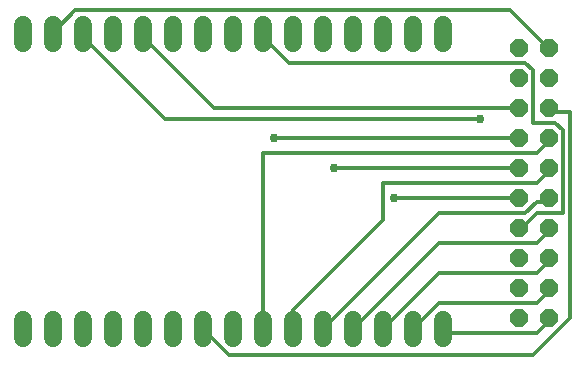
<source format=gbr>
G04 EAGLE Gerber RS-274X export*
G75*
%MOMM*%
%FSLAX34Y34*%
%LPD*%
%INBottom Copper*%
%IPPOS*%
%AMOC8*
5,1,8,0,0,1.08239X$1,22.5*%
G01*
%ADD10P,1.649562X8X292.500000*%
%ADD11C,1.524000*%
%ADD12C,0.304800*%
%ADD13C,0.756400*%


D10*
X470400Y276000D03*
X495800Y276000D03*
X470400Y250600D03*
X495800Y250600D03*
X470400Y225200D03*
X495800Y225200D03*
X470400Y199800D03*
X495800Y199800D03*
X470400Y174400D03*
X495800Y174400D03*
X470400Y149000D03*
X495800Y149000D03*
X470400Y123600D03*
X495800Y123600D03*
X470400Y98200D03*
X495800Y98200D03*
X470400Y72800D03*
X495800Y72800D03*
X470400Y47400D03*
X495800Y47400D03*
D11*
X50800Y280480D02*
X50800Y295720D01*
X76200Y295720D02*
X76200Y280480D01*
X101600Y280480D02*
X101600Y295720D01*
X127000Y295720D02*
X127000Y280480D01*
X152400Y280480D02*
X152400Y295720D01*
X177800Y295720D02*
X177800Y280480D01*
X203200Y280480D02*
X203200Y295720D01*
X228600Y295720D02*
X228600Y280480D01*
X254000Y280480D02*
X254000Y295720D01*
X279400Y295720D02*
X279400Y280480D01*
X304800Y280480D02*
X304800Y295720D01*
X330200Y295720D02*
X330200Y280480D01*
X355600Y280480D02*
X355600Y295720D01*
X381000Y295720D02*
X381000Y280480D01*
X406400Y280480D02*
X406400Y295720D01*
X50800Y45720D02*
X50800Y30480D01*
X76200Y30480D02*
X76200Y45720D01*
X101600Y45720D02*
X101600Y30480D01*
X127000Y30480D02*
X127000Y45720D01*
X152400Y45720D02*
X152400Y30480D01*
X177800Y30480D02*
X177800Y45720D01*
X203200Y45720D02*
X203200Y30480D01*
X228600Y30480D02*
X228600Y45720D01*
X254000Y45720D02*
X254000Y30480D01*
X279400Y30480D02*
X279400Y45720D01*
X304800Y45720D02*
X304800Y30480D01*
X330200Y30480D02*
X330200Y45720D01*
X355600Y45720D02*
X355600Y30480D01*
X381000Y30480D02*
X381000Y45720D01*
X406400Y45720D02*
X406400Y30480D01*
D12*
X225425Y15875D02*
X203200Y38100D01*
X225425Y15875D02*
X482600Y15875D01*
X514350Y47625D01*
X514350Y222250D01*
X498475Y222250D01*
X495800Y225200D01*
X254000Y187325D02*
X254000Y38100D01*
X254000Y187325D02*
X485775Y187325D01*
X495300Y196850D01*
X495800Y199800D01*
X279400Y53975D02*
X279400Y38100D01*
X279400Y53975D02*
X355600Y130175D01*
X355600Y161925D01*
X485775Y161925D01*
X495300Y171450D01*
X495800Y174400D01*
X403225Y136525D02*
X304800Y38100D01*
X403225Y136525D02*
X476250Y136525D01*
X485775Y146050D01*
X495300Y146050D01*
X495800Y149000D01*
X403225Y111125D02*
X330200Y38100D01*
X403225Y111125D02*
X485775Y111125D01*
X495300Y120650D01*
X495800Y123600D01*
X403225Y85725D02*
X355600Y38100D01*
X403225Y85725D02*
X485775Y85725D01*
X495300Y95250D01*
X495800Y98200D01*
X403225Y60325D02*
X381000Y38100D01*
X403225Y60325D02*
X485775Y60325D01*
X495300Y69850D01*
X495800Y72800D01*
X409575Y34925D02*
X406400Y38100D01*
X409575Y34925D02*
X485775Y34925D01*
X495300Y44450D01*
X495800Y47400D01*
X495300Y276225D02*
X463550Y307975D01*
X95250Y307975D01*
X76200Y288925D01*
X495300Y276225D02*
X495800Y276000D01*
X76200Y288100D02*
X76200Y288925D01*
X101600Y285750D02*
X171450Y215900D01*
X438150Y215900D01*
X101600Y285750D02*
X101600Y288100D01*
D13*
X438150Y215900D03*
D12*
X212725Y225425D02*
X152400Y285750D01*
X212725Y225425D02*
X469900Y225425D01*
X152400Y285750D02*
X152400Y288100D01*
X469900Y225425D02*
X470400Y225200D01*
X469900Y200025D02*
X263525Y200025D01*
X469900Y200025D02*
X470400Y199800D01*
D13*
X263525Y200025D03*
D12*
X314325Y174625D02*
X469900Y174625D01*
X470400Y174400D01*
D13*
X314325Y174625D03*
D12*
X365125Y149225D02*
X469900Y149225D01*
X470400Y149000D01*
D13*
X365125Y149225D03*
D12*
X276225Y263525D02*
X254000Y285750D01*
X276225Y263525D02*
X476250Y263525D01*
X482600Y257175D01*
X482600Y212725D01*
X501650Y212725D01*
X508000Y206375D01*
X508000Y136525D01*
X485775Y136525D01*
X473075Y123825D01*
X254000Y285750D02*
X254000Y288100D01*
X470400Y123600D02*
X473075Y123825D01*
M02*

</source>
